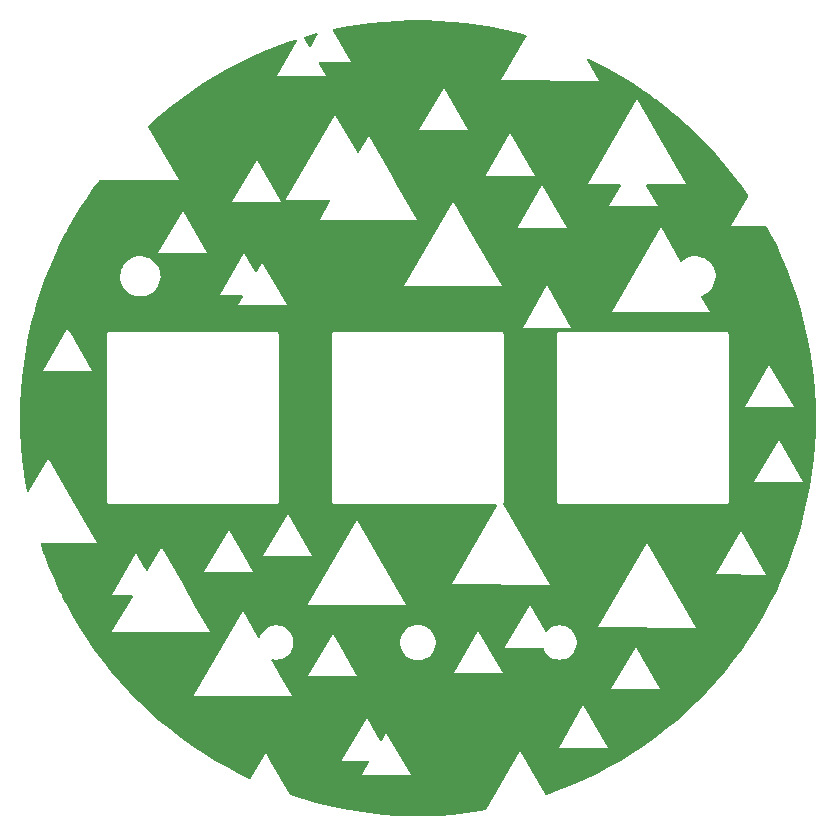
<source format=gbr>
%TF.GenerationSoftware,KiCad,Pcbnew,(7.0.0-0)*%
%TF.CreationDate,2023-04-23T13:29:46-05:00*%
%TF.ProjectId,plate,706c6174-652e-46b6-9963-61645f706362,REV1*%
%TF.SameCoordinates,Original*%
%TF.FileFunction,Copper,L1,Top*%
%TF.FilePolarity,Positive*%
%FSLAX46Y46*%
G04 Gerber Fmt 4.6, Leading zero omitted, Abs format (unit mm)*
G04 Created by KiCad (PCBNEW (7.0.0-0)) date 2023-04-23 13:29:46*
%MOMM*%
%LPD*%
G01*
G04 APERTURE LIST*
G04 APERTURE END LIST*
%TA.AperFunction,Conductor*%
%TO.N,GND*%
G36*
X583383Y33694421D02*
G01*
X1742630Y33654384D01*
X1746036Y33654208D01*
X2903236Y33574180D01*
X2906544Y33573895D01*
X4060343Y33453968D01*
X4063702Y33453560D01*
X5212653Y33293882D01*
X5215954Y33293365D01*
X6358701Y33094128D01*
X6362014Y33093492D01*
X7497192Y32854931D01*
X7500509Y32854173D01*
X8133688Y32698108D01*
X8626726Y32576585D01*
X8630024Y32575712D01*
X9123077Y32435968D01*
X9172570Y32403572D01*
X9194755Y32348734D01*
X9181709Y32291035D01*
X7046541Y28611274D01*
X7046540Y28611272D01*
X7040000Y28600000D01*
X15332206Y28582010D01*
X14353872Y30285055D01*
X14340725Y30333060D01*
X14352598Y30381395D01*
X14386492Y30417845D01*
X14433838Y30433194D01*
X14482668Y30423566D01*
X15142034Y30106032D01*
X15145044Y30104518D01*
X16172152Y29565450D01*
X16175121Y29563826D01*
X16618406Y29311285D01*
X17182992Y28989638D01*
X17185932Y28987895D01*
X18173356Y28379279D01*
X18176231Y28377438D01*
X19142099Y27735076D01*
X19144864Y27733167D01*
X19691110Y27342030D01*
X20087988Y27057847D01*
X20090732Y27055809D01*
X20183055Y26984756D01*
X21009960Y26348358D01*
X21012598Y26346253D01*
X21605439Y25856502D01*
X21906849Y25607504D01*
X21909446Y25605283D01*
X22777692Y24836084D01*
X22780211Y24833773D01*
X23621353Y24035099D01*
X23623790Y24032704D01*
X24436893Y23205444D01*
X24439246Y23202965D01*
X25223270Y22348175D01*
X25225537Y22345617D01*
X25979637Y21464221D01*
X25981806Y21461595D01*
X26705015Y20554720D01*
X26707079Y20552038D01*
X27398577Y19620711D01*
X27400566Y19617932D01*
X27926007Y18856699D01*
X27943456Y18804340D01*
X27930161Y18750775D01*
X26487860Y16265105D01*
X26487859Y16265103D01*
X26481319Y16253831D01*
X29460140Y16247369D01*
X29510501Y16233475D01*
X29546778Y16195883D01*
X29838606Y15662435D01*
X29840194Y15659409D01*
X30361429Y14623198D01*
X30362912Y14620118D01*
X30848075Y13566522D01*
X30849451Y13563394D01*
X31297958Y12493684D01*
X31299225Y12490510D01*
X31710549Y11405936D01*
X31711705Y11402720D01*
X32085337Y10304632D01*
X32086382Y10301378D01*
X32421895Y9191029D01*
X32422827Y9187741D01*
X32719815Y8066476D01*
X32720633Y8063157D01*
X32978742Y6932303D01*
X32979445Y6928959D01*
X33198368Y5789872D01*
X33198955Y5786505D01*
X33378433Y4640532D01*
X33378903Y4637147D01*
X33518713Y3485704D01*
X33519067Y3482305D01*
X33619057Y2326647D01*
X33619292Y2323237D01*
X33679331Y1164886D01*
X33679449Y1161471D01*
X33699470Y1710D01*
X33699470Y-1708D01*
X33679449Y-1161470D01*
X33679331Y-1164885D01*
X33619292Y-2323236D01*
X33619057Y-2326646D01*
X33519067Y-3482304D01*
X33518713Y-3485703D01*
X33378903Y-4637146D01*
X33378433Y-4640531D01*
X33198955Y-5786504D01*
X33198368Y-5789871D01*
X32979445Y-6928958D01*
X32978742Y-6932302D01*
X32720633Y-8063156D01*
X32719815Y-8066475D01*
X32422827Y-9187740D01*
X32421895Y-9191028D01*
X32086382Y-10301377D01*
X32085337Y-10304631D01*
X31711705Y-11402719D01*
X31710549Y-11405935D01*
X31299225Y-12490509D01*
X31297958Y-12493683D01*
X30849451Y-13563393D01*
X30848075Y-13566521D01*
X30362912Y-14620117D01*
X30361429Y-14623197D01*
X29840194Y-15659408D01*
X29838606Y-15662434D01*
X29281903Y-16680061D01*
X29280211Y-16683030D01*
X28688739Y-17680795D01*
X28686946Y-17683705D01*
X28061351Y-18660516D01*
X28059458Y-18663361D01*
X27400566Y-19617931D01*
X27398577Y-19620710D01*
X26707079Y-20552037D01*
X26704994Y-20554746D01*
X25981813Y-21461586D01*
X25979637Y-21464220D01*
X25225537Y-22345616D01*
X25223270Y-22348174D01*
X24439246Y-23202964D01*
X24436893Y-23205443D01*
X23623790Y-24032703D01*
X23621353Y-24035098D01*
X22780211Y-24833772D01*
X22777692Y-24836083D01*
X21909446Y-25605282D01*
X21906849Y-25607503D01*
X21012615Y-26346239D01*
X21009943Y-26348370D01*
X20090732Y-27055808D01*
X20087988Y-27057846D01*
X19144887Y-27733150D01*
X19142075Y-27735091D01*
X18176234Y-28377435D01*
X18173356Y-28379278D01*
X17185932Y-28987894D01*
X17182992Y-28989637D01*
X16175135Y-29563817D01*
X16172137Y-29565457D01*
X15145066Y-30104506D01*
X15142012Y-30106042D01*
X14096947Y-30609318D01*
X14093843Y-30610747D01*
X13032051Y-31077643D01*
X13028899Y-31078965D01*
X11951601Y-31508943D01*
X11948406Y-31510155D01*
X10889593Y-31890939D01*
X10844274Y-31896072D01*
X10801463Y-31880345D01*
X10770248Y-31847096D01*
X8650883Y-28157788D01*
X8644343Y-28169058D01*
X8644341Y-28169061D01*
X5745357Y-33165184D01*
X5716346Y-33196710D01*
X5676732Y-33213027D01*
X5215991Y-33293358D01*
X5212615Y-33293887D01*
X4063719Y-33453557D01*
X4060326Y-33453969D01*
X2906592Y-33573889D01*
X2903187Y-33574183D01*
X1746039Y-33654206D01*
X1742626Y-33654383D01*
X583383Y-33694421D01*
X579966Y-33694480D01*
X-579966Y-33694480D01*
X-583383Y-33694421D01*
X-1742627Y-33654383D01*
X-1746040Y-33654206D01*
X-2903188Y-33574183D01*
X-2906593Y-33573889D01*
X-4060327Y-33453969D01*
X-4063720Y-33453557D01*
X-5212616Y-33293887D01*
X-5215992Y-33293358D01*
X-6358680Y-33094131D01*
X-6362036Y-33093486D01*
X-7497185Y-32854931D01*
X-7500517Y-32854170D01*
X-8626727Y-32576584D01*
X-8630031Y-32575709D01*
X-9745998Y-32259414D01*
X-9749269Y-32258426D01*
X-10763339Y-31932801D01*
X-10795325Y-31915518D01*
X-10818916Y-31887855D01*
X-12483044Y-28991005D01*
X-6426103Y-28991005D01*
X-4223960Y-28995782D01*
X-4174489Y-29009153D01*
X-4138331Y-29045468D01*
X-4125175Y-29094997D01*
X-4138546Y-29144468D01*
X-4759562Y-30214731D01*
X-4759563Y-30214733D01*
X-4766103Y-30226005D01*
X-620000Y-30235000D01*
X-1960790Y-27901005D01*
X11933897Y-27901005D01*
X16080000Y-27910000D01*
X14014738Y-24314872D01*
X14008198Y-24326142D01*
X14008196Y-24326145D01*
X11940438Y-27889731D01*
X11940437Y-27889733D01*
X11933897Y-27901005D01*
X-1960790Y-27901005D01*
X-2685262Y-26639872D01*
X-2691802Y-26651142D01*
X-2691804Y-26651145D01*
X-3076856Y-27314744D01*
X-3113171Y-27350902D01*
X-3162700Y-27364058D01*
X-3212171Y-27350687D01*
X-3248328Y-27314373D01*
X-4345262Y-25404872D01*
X-4351802Y-25416142D01*
X-4351804Y-25416145D01*
X-6419562Y-28979731D01*
X-6419563Y-28979733D01*
X-6426103Y-28991005D01*
X-12483044Y-28991005D01*
X-12873508Y-28311301D01*
X-12873509Y-28311300D01*
X-12880000Y-28300000D01*
X-12886540Y-28311270D01*
X-12886542Y-28311273D01*
X-14147104Y-30483731D01*
X-14181233Y-30518595D01*
X-14227870Y-30532925D01*
X-14275687Y-30523241D01*
X-15142013Y-30106042D01*
X-15145067Y-30104506D01*
X-16172138Y-29565457D01*
X-16175136Y-29563817D01*
X-17182993Y-28989637D01*
X-17185933Y-28987894D01*
X-18173357Y-28379278D01*
X-18176235Y-28377435D01*
X-18896072Y-27898699D01*
X-19142088Y-27735083D01*
X-19144888Y-27733150D01*
X-20087989Y-27057846D01*
X-20090733Y-27055808D01*
X-21009944Y-26348370D01*
X-21012616Y-26346239D01*
X-21906850Y-25607503D01*
X-21909447Y-25605282D01*
X-22777693Y-24836083D01*
X-22780212Y-24833772D01*
X-23621354Y-24035098D01*
X-23623791Y-24032703D01*
X-23919997Y-23731340D01*
X-24155427Y-23491811D01*
X-18991490Y-23491811D01*
X-10699284Y-23509801D01*
X-11017345Y-22956133D01*
X16379159Y-22956133D01*
X20525262Y-22965128D01*
X18981499Y-20277806D01*
X18466492Y-19381301D01*
X18466491Y-19381300D01*
X18460000Y-19370000D01*
X18453460Y-19381270D01*
X18453458Y-19381273D01*
X16385700Y-22944859D01*
X16385699Y-22944861D01*
X16379159Y-22956133D01*
X-11017345Y-22956133D01*
X-11650866Y-21853326D01*
X-9295419Y-21853326D01*
X-5149316Y-21862321D01*
X-5296486Y-21606133D01*
X3019159Y-21606133D01*
X7165262Y-21615128D01*
X5907769Y-19426133D01*
X7389159Y-19426133D01*
X10544577Y-19432978D01*
X10601976Y-19451469D01*
X10637998Y-19499833D01*
X10667118Y-19584656D01*
X10669065Y-19588253D01*
X10669066Y-19588256D01*
X10779578Y-19792465D01*
X10779582Y-19792471D01*
X10781528Y-19796067D01*
X10929175Y-19985764D01*
X10932185Y-19988535D01*
X10932188Y-19988538D01*
X11090433Y-20134212D01*
X11106031Y-20148571D01*
X11307272Y-20280049D01*
X11527409Y-20376610D01*
X11760437Y-20435620D01*
X11940010Y-20450500D01*
X12057956Y-20450500D01*
X12059990Y-20450500D01*
X12239563Y-20435620D01*
X12472591Y-20376610D01*
X12692728Y-20280049D01*
X12893969Y-20148571D01*
X13070825Y-19985764D01*
X13218472Y-19796067D01*
X13332882Y-19584656D01*
X13410934Y-19357297D01*
X13450500Y-19120192D01*
X13450500Y-18879808D01*
X13410934Y-18642703D01*
X13332882Y-18415344D01*
X13218472Y-18203933D01*
X13070825Y-18014236D01*
X13030898Y-17977481D01*
X12896977Y-17854198D01*
X12896976Y-17854197D01*
X12893969Y-17851429D01*
X12890543Y-17849191D01*
X12890541Y-17849189D01*
X12696160Y-17722193D01*
X12696157Y-17722191D01*
X12693908Y-17720722D01*
X15232986Y-17720722D01*
X23525192Y-17738712D01*
X20935508Y-13230691D01*
X25232688Y-13230691D01*
X29511236Y-13239973D01*
X27380000Y-9530000D01*
X27373460Y-9541270D01*
X27373458Y-9541273D01*
X25239229Y-13219417D01*
X25239228Y-13219419D01*
X25232688Y-13230691D01*
X20935508Y-13230691D01*
X19394668Y-10548458D01*
X19388128Y-10559728D01*
X19388126Y-10559731D01*
X15239527Y-17709448D01*
X15239526Y-17709450D01*
X15232986Y-17720722D01*
X12693908Y-17720722D01*
X12692728Y-17719951D01*
X12688983Y-17718308D01*
X12688977Y-17718305D01*
X12476332Y-17625031D01*
X12472591Y-17623390D01*
X12468636Y-17622388D01*
X12468629Y-17622386D01*
X12243528Y-17565384D01*
X12243527Y-17565383D01*
X12239563Y-17564380D01*
X12235484Y-17564042D01*
X12062015Y-17549667D01*
X12061995Y-17549666D01*
X12059990Y-17549500D01*
X11940010Y-17549500D01*
X11938005Y-17549666D01*
X11937984Y-17549667D01*
X11764515Y-17564042D01*
X11764514Y-17564042D01*
X11760437Y-17564380D01*
X11756474Y-17565383D01*
X11756471Y-17565384D01*
X11531370Y-17622386D01*
X11531359Y-17622389D01*
X11527409Y-17623390D01*
X11523671Y-17625029D01*
X11523667Y-17625031D01*
X11311022Y-17718305D01*
X11311011Y-17718310D01*
X11307272Y-17719951D01*
X11303847Y-17722188D01*
X11303839Y-17722193D01*
X11109458Y-17849189D01*
X11109449Y-17849195D01*
X11106031Y-17851429D01*
X11103028Y-17854192D01*
X11103022Y-17854198D01*
X10932188Y-18011461D01*
X10932179Y-18011469D01*
X10929175Y-18014236D01*
X10926663Y-18017462D01*
X10926655Y-18017472D01*
X10898798Y-18053263D01*
X10861016Y-18082863D01*
X10813751Y-18091213D01*
X10768114Y-18076350D01*
X10734830Y-18041769D01*
X10728800Y-18031273D01*
X9470000Y-15840000D01*
X9463460Y-15851270D01*
X9463458Y-15851273D01*
X7395700Y-19414859D01*
X7395699Y-19414861D01*
X7389159Y-19426133D01*
X5907769Y-19426133D01*
X5589227Y-18871627D01*
X5106492Y-18031301D01*
X5106491Y-18031300D01*
X5100000Y-18020000D01*
X5093460Y-18031270D01*
X5093458Y-18031273D01*
X3025700Y-21594859D01*
X3025699Y-21594861D01*
X3019159Y-21606133D01*
X-5296486Y-21606133D01*
X-6722183Y-19124335D01*
X-1500500Y-19124335D01*
X-1499828Y-19128364D01*
X-1499827Y-19128372D01*
X-1460981Y-19361164D01*
X-1459571Y-19369614D01*
X-1458246Y-19373474D01*
X-1458244Y-19373481D01*
X-1437818Y-19432978D01*
X-1378828Y-19604810D01*
X-1376881Y-19608407D01*
X-1376880Y-19608410D01*
X-1262424Y-19819907D01*
X-1262420Y-19819913D01*
X-1260474Y-19823509D01*
X-1257962Y-19826736D01*
X-1257959Y-19826741D01*
X-1136704Y-19982529D01*
X-1107738Y-20019744D01*
X-924785Y-20188164D01*
X-716607Y-20324173D01*
X-488881Y-20424063D01*
X-247821Y-20485108D01*
X-62067Y-20500500D01*
X60033Y-20500500D01*
X62067Y-20500500D01*
X247821Y-20485108D01*
X488881Y-20424063D01*
X716607Y-20324173D01*
X924785Y-20188164D01*
X1107738Y-20019744D01*
X1260474Y-19823509D01*
X1378828Y-19604810D01*
X1459571Y-19369614D01*
X1500500Y-19124335D01*
X1500500Y-18875665D01*
X1459571Y-18630386D01*
X1378828Y-18395190D01*
X1312141Y-18271963D01*
X1262423Y-18180092D01*
X1262421Y-18180089D01*
X1260474Y-18176491D01*
X1194099Y-18091213D01*
X1110255Y-17983490D01*
X1107738Y-17980256D01*
X924785Y-17811836D01*
X716607Y-17675827D01*
X712870Y-17674188D01*
X712865Y-17674185D01*
X492622Y-17577578D01*
X488881Y-17575937D01*
X484926Y-17574935D01*
X484919Y-17574933D01*
X251786Y-17515896D01*
X251785Y-17515895D01*
X247821Y-17514892D01*
X243744Y-17514554D01*
X243743Y-17514554D01*
X64092Y-17499667D01*
X64072Y-17499666D01*
X62067Y-17499500D01*
X-62067Y-17499500D01*
X-64072Y-17499666D01*
X-64093Y-17499667D01*
X-243744Y-17514554D01*
X-243747Y-17514554D01*
X-247821Y-17514892D01*
X-251784Y-17515895D01*
X-251787Y-17515896D01*
X-484920Y-17574933D01*
X-484931Y-17574936D01*
X-488881Y-17575937D01*
X-492619Y-17577576D01*
X-492623Y-17577578D01*
X-712866Y-17674185D01*
X-712877Y-17674190D01*
X-716607Y-17675827D01*
X-720024Y-17678059D01*
X-720027Y-17678061D01*
X-921364Y-17809600D01*
X-921372Y-17809605D01*
X-924785Y-17811836D01*
X-927793Y-17814604D01*
X-927793Y-17814605D01*
X-1104725Y-17977481D01*
X-1104734Y-17977489D01*
X-1107738Y-17980256D01*
X-1110251Y-17983483D01*
X-1110256Y-17983490D01*
X-1257959Y-18173258D01*
X-1257967Y-18173268D01*
X-1260474Y-18176491D01*
X-1262417Y-18180080D01*
X-1262424Y-18180092D01*
X-1376880Y-18391589D01*
X-1376884Y-18391596D01*
X-1378828Y-18395190D01*
X-1380157Y-18399058D01*
X-1380158Y-18399063D01*
X-1458244Y-18626518D01*
X-1458247Y-18626527D01*
X-1459571Y-18630386D01*
X-1460243Y-18634412D01*
X-1460244Y-18634417D01*
X-1499827Y-18871627D01*
X-1499828Y-18871636D01*
X-1500500Y-18875665D01*
X-1500500Y-19124335D01*
X-6722183Y-19124335D01*
X-7214578Y-18267193D01*
X-7221118Y-18278463D01*
X-7221120Y-18278466D01*
X-9288878Y-21842052D01*
X-9288879Y-21842054D01*
X-9295419Y-21853326D01*
X-11650866Y-21853326D01*
X-12387291Y-20571387D01*
X-12400246Y-20515778D01*
X-12380336Y-20462263D01*
X-12334184Y-20428644D01*
X-12277142Y-20426104D01*
X-12243537Y-20434614D01*
X-12243534Y-20434614D01*
X-12239563Y-20435620D01*
X-12059990Y-20450500D01*
X-11942044Y-20450500D01*
X-11940010Y-20450500D01*
X-11760437Y-20435620D01*
X-11527409Y-20376610D01*
X-11307272Y-20280049D01*
X-11106031Y-20148571D01*
X-10929175Y-19985764D01*
X-10781528Y-19796067D01*
X-10667118Y-19584656D01*
X-10589066Y-19357297D01*
X-10549500Y-19120192D01*
X-10549500Y-18879808D01*
X-10589066Y-18642703D01*
X-10667118Y-18415344D01*
X-10781528Y-18203933D01*
X-10929175Y-18014236D01*
X-10969102Y-17977481D01*
X-11103023Y-17854198D01*
X-11103024Y-17854197D01*
X-11106031Y-17851429D01*
X-11109457Y-17849191D01*
X-11109459Y-17849189D01*
X-11303840Y-17722193D01*
X-11303843Y-17722191D01*
X-11307272Y-17719951D01*
X-11311017Y-17718308D01*
X-11311023Y-17718305D01*
X-11523668Y-17625031D01*
X-11527409Y-17623390D01*
X-11531364Y-17622388D01*
X-11531371Y-17622386D01*
X-11756472Y-17565384D01*
X-11756473Y-17565383D01*
X-11760437Y-17564380D01*
X-11764516Y-17564042D01*
X-11937985Y-17549667D01*
X-11938005Y-17549666D01*
X-11940010Y-17549500D01*
X-12059990Y-17549500D01*
X-12061995Y-17549666D01*
X-12062016Y-17549667D01*
X-12235485Y-17564042D01*
X-12235486Y-17564042D01*
X-12239563Y-17564380D01*
X-12243526Y-17565383D01*
X-12243529Y-17565384D01*
X-12468630Y-17622386D01*
X-12468641Y-17622389D01*
X-12472591Y-17623390D01*
X-12476329Y-17625029D01*
X-12476333Y-17625031D01*
X-12688978Y-17718305D01*
X-12688989Y-17718310D01*
X-12692728Y-17719951D01*
X-12696153Y-17722188D01*
X-12696161Y-17722193D01*
X-12890542Y-17849189D01*
X-12890551Y-17849195D01*
X-12893969Y-17851429D01*
X-12896972Y-17854192D01*
X-12896978Y-17854198D01*
X-13067812Y-18011461D01*
X-13067821Y-18011469D01*
X-13070825Y-18014236D01*
X-13073338Y-18017463D01*
X-13073343Y-18017470D01*
X-13129893Y-18090126D01*
X-13218472Y-18203933D01*
X-13220415Y-18207523D01*
X-13220422Y-18207534D01*
X-13330934Y-18411743D01*
X-13330938Y-18411750D01*
X-13332882Y-18415344D01*
X-13334208Y-18419204D01*
X-13334211Y-18419213D01*
X-13371646Y-18528259D01*
X-13403981Y-18573851D01*
X-13455855Y-18594663D01*
X-13510735Y-18584062D01*
X-13551126Y-18545427D01*
X-13623629Y-18419217D01*
X-14829808Y-16319547D01*
X-14836348Y-16330817D01*
X-14836350Y-16330820D01*
X-18984949Y-23480537D01*
X-18984950Y-23480539D01*
X-18991490Y-23491811D01*
X-24155427Y-23491811D01*
X-24436905Y-23205432D01*
X-24439247Y-23202964D01*
X-24667759Y-22953827D01*
X-25223271Y-22348174D01*
X-25225538Y-22345616D01*
X-25979638Y-21464220D01*
X-25981814Y-21461586D01*
X-26705023Y-20554710D01*
X-26707080Y-20552037D01*
X-26745346Y-20500500D01*
X-27398580Y-19620707D01*
X-27400567Y-19617931D01*
X-28059459Y-18663361D01*
X-28061352Y-18660516D01*
X-28215894Y-18419213D01*
X-28686954Y-17683693D01*
X-28688740Y-17680795D01*
X-28690361Y-17678061D01*
X-29280212Y-16683030D01*
X-29281904Y-16680061D01*
X-29838607Y-15662434D01*
X-29840195Y-15659408D01*
X-30099556Y-15143800D01*
X-30176415Y-14991005D01*
X-25946103Y-14991005D01*
X-24243789Y-14994697D01*
X-24194217Y-15008129D01*
X-24158043Y-15044593D01*
X-24145009Y-15094274D01*
X-24158622Y-15143800D01*
X-25870331Y-18060865D01*
X-25870332Y-18060867D01*
X-25876944Y-18072136D01*
X-17584738Y-18090126D01*
X-18925580Y-15782010D01*
X-9292206Y-15782010D01*
X-1000000Y-15800000D01*
X-5130524Y-8609746D01*
X-5137064Y-8621016D01*
X-5137066Y-8621019D01*
X-9285665Y-15770736D01*
X-9285666Y-15770738D01*
X-9292206Y-15782010D01*
X-18925580Y-15782010D01*
X-19925783Y-14060269D01*
X-20506280Y-13061005D01*
X-18086103Y-13061005D01*
X-13940000Y-13070000D01*
X-14743669Y-11671005D01*
X-13116103Y-11671005D01*
X-8970000Y-11680000D01*
X-11035262Y-8084872D01*
X-11041802Y-8096142D01*
X-11041804Y-8096145D01*
X-13109562Y-11659731D01*
X-13109563Y-11659733D01*
X-13116103Y-11671005D01*
X-14743669Y-11671005D01*
X-16005262Y-9474872D01*
X-16011802Y-9486142D01*
X-16011804Y-9486145D01*
X-18079562Y-13049731D01*
X-18079563Y-13049733D01*
X-18086103Y-13061005D01*
X-20506280Y-13061005D01*
X-21708746Y-10991088D01*
X-21708747Y-10991087D01*
X-21715262Y-10979872D01*
X-21721828Y-10991060D01*
X-21721829Y-10991062D01*
X-22838752Y-12894501D01*
X-22875138Y-12930422D01*
X-22924593Y-12943397D01*
X-22973927Y-12929966D01*
X-23009981Y-12893712D01*
X-23241606Y-12490509D01*
X-23865262Y-11404872D01*
X-23871802Y-11416142D01*
X-23871804Y-11416145D01*
X-25939562Y-14979731D01*
X-25939563Y-14979733D01*
X-25946103Y-14991005D01*
X-30176415Y-14991005D01*
X-30361444Y-14623167D01*
X-30362913Y-14620117D01*
X-30848076Y-13566521D01*
X-30849452Y-13563393D01*
X-30988947Y-13230691D01*
X-31297969Y-12493660D01*
X-31299226Y-12490509D01*
X-31610012Y-11671033D01*
X-31710557Y-11405917D01*
X-31711706Y-11402719D01*
X-31943733Y-10720801D01*
X-31947938Y-10674384D01*
X-31930440Y-10631187D01*
X-31895116Y-10600784D01*
X-31849798Y-10589911D01*
X-27200000Y-10600000D01*
X-29284265Y-6971793D01*
X-26354401Y-6971793D01*
X-26353555Y-6980924D01*
X-26353555Y-6980927D01*
X-26350922Y-7009338D01*
X-26350500Y-7018472D01*
X-26350500Y-7027844D01*
X-26349660Y-7032343D01*
X-26349659Y-7032344D01*
X-26348778Y-7037059D01*
X-26347517Y-7046105D01*
X-26344884Y-7074521D01*
X-26344882Y-7074531D01*
X-26344035Y-7083660D01*
X-26339947Y-7091871D01*
X-26338568Y-7096716D01*
X-26336748Y-7101416D01*
X-26335061Y-7110433D01*
X-26315207Y-7142498D01*
X-26310772Y-7150460D01*
X-26293958Y-7184228D01*
X-26287180Y-7190407D01*
X-26284141Y-7194431D01*
X-26280749Y-7198152D01*
X-26275919Y-7205952D01*
X-26245830Y-7228674D01*
X-26238805Y-7234507D01*
X-26210933Y-7259916D01*
X-26202373Y-7263232D01*
X-26198088Y-7265885D01*
X-26193586Y-7268126D01*
X-26186264Y-7273656D01*
X-26149998Y-7283974D01*
X-26141343Y-7286874D01*
X-26106173Y-7300500D01*
X-26096996Y-7300500D01*
X-26092049Y-7301425D01*
X-26087034Y-7301889D01*
X-26078207Y-7304401D01*
X-26040663Y-7300922D01*
X-26031528Y-7300500D01*
X-12105728Y-7300500D01*
X-12096237Y-7301823D01*
X-12096164Y-7301044D01*
X-12087033Y-7301890D01*
X-12078207Y-7304401D01*
X-12040663Y-7300922D01*
X-12031528Y-7300500D01*
X-12026737Y-7300500D01*
X-12022156Y-7300500D01*
X-12012951Y-7298778D01*
X-12003893Y-7297514D01*
X-11966340Y-7294035D01*
X-11958124Y-7289943D01*
X-11953286Y-7288567D01*
X-11948589Y-7286747D01*
X-11939567Y-7285061D01*
X-11907509Y-7265210D01*
X-11899537Y-7260770D01*
X-11865772Y-7243958D01*
X-11859587Y-7237172D01*
X-11855566Y-7234136D01*
X-11851853Y-7230750D01*
X-11844048Y-7225919D01*
X-11821327Y-7195829D01*
X-11815496Y-7188806D01*
X-11790084Y-7160933D01*
X-11786770Y-7152375D01*
X-11784127Y-7148108D01*
X-11781878Y-7143591D01*
X-11776344Y-7136264D01*
X-11766023Y-7099983D01*
X-11763128Y-7091348D01*
X-11749500Y-7056173D01*
X-11749500Y-7046998D01*
X-11748575Y-7042050D01*
X-11748111Y-7037033D01*
X-11745599Y-7028207D01*
X-11749078Y-6990662D01*
X-11749500Y-6981528D01*
X-11749500Y-6971793D01*
X-7304401Y-6971793D01*
X-7303555Y-6980924D01*
X-7303555Y-6980927D01*
X-7300922Y-7009338D01*
X-7300500Y-7018472D01*
X-7300500Y-7027844D01*
X-7299660Y-7032343D01*
X-7299659Y-7032344D01*
X-7298778Y-7037059D01*
X-7297517Y-7046105D01*
X-7294884Y-7074521D01*
X-7294882Y-7074531D01*
X-7294035Y-7083660D01*
X-7289947Y-7091871D01*
X-7288568Y-7096716D01*
X-7286748Y-7101416D01*
X-7285061Y-7110433D01*
X-7265207Y-7142498D01*
X-7260772Y-7150460D01*
X-7243958Y-7184228D01*
X-7237180Y-7190407D01*
X-7234141Y-7194431D01*
X-7230749Y-7198152D01*
X-7225919Y-7205952D01*
X-7195830Y-7228674D01*
X-7188805Y-7234507D01*
X-7160933Y-7259916D01*
X-7152373Y-7263232D01*
X-7148088Y-7265885D01*
X-7143586Y-7268126D01*
X-7136264Y-7273656D01*
X-7099998Y-7283974D01*
X-7091343Y-7286874D01*
X-7056173Y-7300500D01*
X-7046996Y-7300500D01*
X-7042049Y-7301425D01*
X-7037034Y-7301889D01*
X-7028207Y-7304401D01*
X-6990663Y-7300922D01*
X-6981528Y-7300500D01*
X6614129Y-7300500D01*
X6663675Y-7313790D01*
X6699919Y-7350093D01*
X6713129Y-7399661D01*
X6699758Y-7449186D01*
X2858418Y-14069370D01*
X2858417Y-14069372D01*
X2851877Y-14080644D01*
X11144083Y-14098634D01*
X7233767Y-7291709D01*
X7221118Y-7252399D01*
X7225608Y-7211346D01*
X7246451Y-7175702D01*
X7259916Y-7160933D01*
X7263231Y-7152374D01*
X7265873Y-7148108D01*
X7268122Y-7143591D01*
X7273656Y-7136264D01*
X7283977Y-7099983D01*
X7286872Y-7091348D01*
X7300500Y-7056173D01*
X7300500Y-7046998D01*
X7301425Y-7042050D01*
X7301889Y-7037033D01*
X7304401Y-7028207D01*
X7300922Y-6990662D01*
X7300500Y-6981528D01*
X7300500Y-6971793D01*
X11745599Y-6971793D01*
X11746445Y-6980924D01*
X11746445Y-6980927D01*
X11749078Y-7009338D01*
X11749500Y-7018472D01*
X11749500Y-7027844D01*
X11750340Y-7032343D01*
X11750341Y-7032344D01*
X11751222Y-7037059D01*
X11752483Y-7046105D01*
X11755116Y-7074521D01*
X11755118Y-7074531D01*
X11755965Y-7083660D01*
X11760053Y-7091871D01*
X11761432Y-7096716D01*
X11763252Y-7101416D01*
X11764939Y-7110433D01*
X11784793Y-7142498D01*
X11789228Y-7150460D01*
X11806042Y-7184228D01*
X11812820Y-7190407D01*
X11815859Y-7194431D01*
X11819251Y-7198152D01*
X11824081Y-7205952D01*
X11854170Y-7228674D01*
X11861195Y-7234507D01*
X11889067Y-7259916D01*
X11897627Y-7263232D01*
X11901912Y-7265885D01*
X11906414Y-7268126D01*
X11913736Y-7273656D01*
X11950002Y-7283974D01*
X11958657Y-7286874D01*
X11993827Y-7300500D01*
X12003004Y-7300500D01*
X12007951Y-7301425D01*
X12012966Y-7301889D01*
X12021793Y-7304401D01*
X12059337Y-7300922D01*
X12068472Y-7300500D01*
X25994272Y-7300500D01*
X26003763Y-7301823D01*
X26003836Y-7301044D01*
X26012967Y-7301890D01*
X26021793Y-7304401D01*
X26059337Y-7300922D01*
X26068472Y-7300500D01*
X26073263Y-7300500D01*
X26077844Y-7300500D01*
X26087049Y-7298778D01*
X26096107Y-7297514D01*
X26133660Y-7294035D01*
X26141876Y-7289943D01*
X26146714Y-7288567D01*
X26151411Y-7286747D01*
X26160433Y-7285061D01*
X26192491Y-7265210D01*
X26200463Y-7260770D01*
X26234228Y-7243958D01*
X26240413Y-7237172D01*
X26244434Y-7234136D01*
X26248147Y-7230750D01*
X26255952Y-7225919D01*
X26278673Y-7195829D01*
X26284504Y-7188806D01*
X26309916Y-7160933D01*
X26313230Y-7152375D01*
X26315873Y-7148108D01*
X26318122Y-7143591D01*
X26323656Y-7136264D01*
X26333977Y-7099983D01*
X26336872Y-7091348D01*
X26350500Y-7056173D01*
X26350500Y-7046998D01*
X26351425Y-7042050D01*
X26351889Y-7037033D01*
X26354401Y-7028207D01*
X26350922Y-6990662D01*
X26350500Y-6981528D01*
X26350500Y-5431005D01*
X28483897Y-5431005D01*
X32630000Y-5440000D01*
X30564738Y-1844872D01*
X30558198Y-1856142D01*
X30558196Y-1856145D01*
X28490438Y-5419731D01*
X28490437Y-5419733D01*
X28483897Y-5431005D01*
X26350500Y-5431005D01*
X26350500Y913867D01*
X27659159Y913867D01*
X31805262Y904872D01*
X29740000Y4500000D01*
X29733460Y4488730D01*
X29733458Y4488727D01*
X27665700Y925141D01*
X27665699Y925139D01*
X27659159Y913867D01*
X26350500Y913867D01*
X26350500Y6944272D01*
X26351823Y6953764D01*
X26351044Y6953836D01*
X26351890Y6962968D01*
X26354401Y6971793D01*
X26350922Y7009338D01*
X26350500Y7018472D01*
X26350500Y7023263D01*
X26350500Y7027844D01*
X26348778Y7037055D01*
X26347514Y7046103D01*
X26344035Y7083660D01*
X26339945Y7091873D01*
X26338569Y7096711D01*
X26336747Y7101414D01*
X26335061Y7110433D01*
X26315217Y7142482D01*
X26310766Y7150472D01*
X26305557Y7160933D01*
X26293958Y7184228D01*
X26287179Y7190408D01*
X26284145Y7194426D01*
X26280748Y7198152D01*
X26275919Y7205952D01*
X26245833Y7228672D01*
X26238798Y7234513D01*
X26210933Y7259916D01*
X26202381Y7263230D01*
X26198104Y7265878D01*
X26193582Y7268130D01*
X26186264Y7273656D01*
X26177443Y7276166D01*
X26177441Y7276167D01*
X26150001Y7283974D01*
X26141332Y7286880D01*
X26114726Y7297187D01*
X26114723Y7297188D01*
X26106173Y7300500D01*
X26097002Y7300500D01*
X26092053Y7301425D01*
X26087030Y7301891D01*
X26078207Y7304401D01*
X26069074Y7303555D01*
X26069072Y7303555D01*
X26040662Y7300922D01*
X26031528Y7300500D01*
X12105728Y7300500D01*
X12096236Y7301824D01*
X12096164Y7301044D01*
X12087030Y7301891D01*
X12078207Y7304401D01*
X12069074Y7303555D01*
X12069072Y7303555D01*
X12040662Y7300922D01*
X12031528Y7300500D01*
X12022156Y7300500D01*
X12017661Y7299661D01*
X12017650Y7299659D01*
X12012939Y7298778D01*
X12003895Y7297517D01*
X11975478Y7294883D01*
X11975472Y7294882D01*
X11966340Y7294035D01*
X11958130Y7289949D01*
X11953283Y7288569D01*
X11948577Y7286747D01*
X11939567Y7285061D01*
X11931774Y7280237D01*
X11931771Y7280235D01*
X11907516Y7265217D01*
X11899534Y7260771D01*
X11873985Y7248049D01*
X11873979Y7248046D01*
X11865772Y7243958D01*
X11859594Y7237183D01*
X11855563Y7234138D01*
X11851840Y7230745D01*
X11844048Y7225919D01*
X11838522Y7218603D01*
X11838520Y7218600D01*
X11821322Y7195826D01*
X11815488Y7188801D01*
X11790084Y7160933D01*
X11786772Y7152386D01*
X11784124Y7148109D01*
X11781870Y7143583D01*
X11776344Y7136264D01*
X11773834Y7127446D01*
X11773831Y7127438D01*
X11766024Y7099998D01*
X11763120Y7091331D01*
X11752812Y7064724D01*
X11752811Y7064722D01*
X11749500Y7056173D01*
X11749500Y7047003D01*
X11748575Y7042054D01*
X11748109Y7037031D01*
X11745599Y7028207D01*
X11746445Y7019076D01*
X11746445Y7019073D01*
X11749078Y6990662D01*
X11749500Y6981528D01*
X11749500Y-6944272D01*
X11748176Y-6953763D01*
X11748956Y-6953836D01*
X11748109Y-6962969D01*
X11745599Y-6971793D01*
X7300500Y-6971793D01*
X7300500Y6944272D01*
X7301823Y6953764D01*
X7301044Y6953836D01*
X7301890Y6962968D01*
X7304401Y6971793D01*
X7300922Y7009338D01*
X7300500Y7018472D01*
X7300500Y7023263D01*
X7300500Y7027844D01*
X7298778Y7037055D01*
X7297514Y7046103D01*
X7294035Y7083660D01*
X7289945Y7091873D01*
X7288569Y7096711D01*
X7286747Y7101414D01*
X7285061Y7110433D01*
X7265217Y7142482D01*
X7260766Y7150472D01*
X7255557Y7160933D01*
X7243958Y7184228D01*
X7237179Y7190408D01*
X7234145Y7194426D01*
X7230748Y7198152D01*
X7225919Y7205952D01*
X7195833Y7228672D01*
X7188798Y7234513D01*
X7160933Y7259916D01*
X7152381Y7263230D01*
X7148104Y7265878D01*
X7143582Y7268130D01*
X7136264Y7273656D01*
X7127443Y7276166D01*
X7127441Y7276167D01*
X7100001Y7283974D01*
X7091332Y7286880D01*
X7064726Y7297187D01*
X7064723Y7297188D01*
X7056173Y7300500D01*
X7047002Y7300500D01*
X7042053Y7301425D01*
X7037030Y7301891D01*
X7028207Y7304401D01*
X7019074Y7303555D01*
X7019072Y7303555D01*
X6990662Y7300922D01*
X6981528Y7300500D01*
X-6944272Y7300500D01*
X-6953764Y7301824D01*
X-6953836Y7301044D01*
X-6962970Y7301891D01*
X-6971793Y7304401D01*
X-6980926Y7303555D01*
X-6980928Y7303555D01*
X-7009338Y7300922D01*
X-7018472Y7300500D01*
X-7027844Y7300500D01*
X-7032339Y7299661D01*
X-7032350Y7299659D01*
X-7037061Y7298778D01*
X-7046105Y7297517D01*
X-7074522Y7294883D01*
X-7074528Y7294882D01*
X-7083660Y7294035D01*
X-7091870Y7289949D01*
X-7096717Y7288569D01*
X-7101423Y7286747D01*
X-7110433Y7285061D01*
X-7118226Y7280237D01*
X-7118229Y7280235D01*
X-7142484Y7265217D01*
X-7150466Y7260771D01*
X-7176015Y7248049D01*
X-7176021Y7248046D01*
X-7184228Y7243958D01*
X-7190406Y7237183D01*
X-7194437Y7234138D01*
X-7198160Y7230745D01*
X-7205952Y7225919D01*
X-7211478Y7218603D01*
X-7211480Y7218600D01*
X-7228678Y7195826D01*
X-7234512Y7188801D01*
X-7259916Y7160933D01*
X-7263228Y7152386D01*
X-7265876Y7148109D01*
X-7268130Y7143583D01*
X-7273656Y7136264D01*
X-7276166Y7127446D01*
X-7276169Y7127438D01*
X-7283976Y7099998D01*
X-7286880Y7091331D01*
X-7297188Y7064724D01*
X-7297189Y7064722D01*
X-7300500Y7056173D01*
X-7300500Y7047003D01*
X-7301425Y7042054D01*
X-7301891Y7037031D01*
X-7304401Y7028207D01*
X-7303555Y7019076D01*
X-7303555Y7019073D01*
X-7300922Y6990662D01*
X-7300500Y6981528D01*
X-7300500Y-6944272D01*
X-7301824Y-6953763D01*
X-7301044Y-6953836D01*
X-7301891Y-6962969D01*
X-7304401Y-6971793D01*
X-11749500Y-6971793D01*
X-11749500Y6944272D01*
X-11748177Y6953764D01*
X-11748956Y6953836D01*
X-11748110Y6962968D01*
X-11745599Y6971793D01*
X-11749078Y7009338D01*
X-11749500Y7018472D01*
X-11749500Y7023263D01*
X-11749500Y7027844D01*
X-11751222Y7037055D01*
X-11752486Y7046103D01*
X-11755965Y7083660D01*
X-11760055Y7091873D01*
X-11761431Y7096711D01*
X-11763253Y7101414D01*
X-11764939Y7110433D01*
X-11784783Y7142482D01*
X-11789234Y7150472D01*
X-11794443Y7160933D01*
X-11806042Y7184228D01*
X-11812821Y7190408D01*
X-11815855Y7194426D01*
X-11819252Y7198152D01*
X-11824081Y7205952D01*
X-11854167Y7228672D01*
X-11861202Y7234513D01*
X-11889067Y7259916D01*
X-11897619Y7263230D01*
X-11901896Y7265878D01*
X-11906418Y7268130D01*
X-11913736Y7273656D01*
X-11922557Y7276166D01*
X-11922559Y7276167D01*
X-11949999Y7283974D01*
X-11958668Y7286880D01*
X-11985274Y7297187D01*
X-11985277Y7297188D01*
X-11993827Y7300500D01*
X-12002998Y7300500D01*
X-12007947Y7301425D01*
X-12012970Y7301891D01*
X-12021793Y7304401D01*
X-12030926Y7303555D01*
X-12030928Y7303555D01*
X-12059338Y7300922D01*
X-12068472Y7300500D01*
X-25994272Y7300500D01*
X-26003764Y7301824D01*
X-26003836Y7301044D01*
X-26012970Y7301891D01*
X-26021793Y7304401D01*
X-26030926Y7303555D01*
X-26030928Y7303555D01*
X-26059338Y7300922D01*
X-26068472Y7300500D01*
X-26077844Y7300500D01*
X-26082339Y7299661D01*
X-26082350Y7299659D01*
X-26087061Y7298778D01*
X-26096105Y7297517D01*
X-26124522Y7294883D01*
X-26124528Y7294882D01*
X-26133660Y7294035D01*
X-26141870Y7289949D01*
X-26146717Y7288569D01*
X-26151423Y7286747D01*
X-26160433Y7285061D01*
X-26168226Y7280237D01*
X-26168229Y7280235D01*
X-26192484Y7265217D01*
X-26200466Y7260771D01*
X-26226015Y7248049D01*
X-26226021Y7248046D01*
X-26234228Y7243958D01*
X-26240406Y7237183D01*
X-26244437Y7234138D01*
X-26248160Y7230745D01*
X-26255952Y7225919D01*
X-26261478Y7218603D01*
X-26261480Y7218600D01*
X-26278678Y7195826D01*
X-26284512Y7188801D01*
X-26309916Y7160933D01*
X-26313228Y7152386D01*
X-26315876Y7148109D01*
X-26318130Y7143583D01*
X-26323656Y7136264D01*
X-26326166Y7127446D01*
X-26326169Y7127438D01*
X-26333976Y7099998D01*
X-26336880Y7091331D01*
X-26347188Y7064724D01*
X-26347189Y7064722D01*
X-26350500Y7056173D01*
X-26350500Y7047003D01*
X-26351425Y7042054D01*
X-26351891Y7037031D01*
X-26354401Y7028207D01*
X-26353555Y7019076D01*
X-26353555Y7019073D01*
X-26350922Y6990662D01*
X-26350500Y6981528D01*
X-26350500Y-6944272D01*
X-26351824Y-6953763D01*
X-26351044Y-6953836D01*
X-26351891Y-6962969D01*
X-26354401Y-6971793D01*
X-29284265Y-6971793D01*
X-31330524Y-3409746D01*
X-31337064Y-3421016D01*
X-31337066Y-3421019D01*
X-32944372Y-6191058D01*
X-32987964Y-6231004D01*
X-33046550Y-6238979D01*
X-33099233Y-6212139D01*
X-33127222Y-6160057D01*
X-33198369Y-5789871D01*
X-33198956Y-5786504D01*
X-33253224Y-5440000D01*
X-33378438Y-4640503D01*
X-33378904Y-4637146D01*
X-33515980Y-3508223D01*
X-33518717Y-3485682D01*
X-33519068Y-3482304D01*
X-33524371Y-3421019D01*
X-33619060Y-2326630D01*
X-33619293Y-2323236D01*
X-33679334Y-1164854D01*
X-33679449Y-1161500D01*
X-33699471Y-1680D01*
X-33699471Y1680D01*
X-33679449Y1161503D01*
X-33679334Y1164853D01*
X-33619292Y2323257D01*
X-33619058Y2326647D01*
X-33519068Y3482305D01*
X-33518714Y3485704D01*
X-33455798Y4003867D01*
X-31760841Y4003867D01*
X-27614738Y3994872D01*
X-29486830Y7253737D01*
X-29673508Y7578699D01*
X-29673509Y7578700D01*
X-29680000Y7590000D01*
X-29686540Y7578730D01*
X-29686542Y7578727D01*
X-31754300Y4015141D01*
X-31754301Y4015139D01*
X-31760841Y4003867D01*
X-33455798Y4003867D01*
X-33378900Y4637183D01*
X-33378440Y4640496D01*
X-33198952Y5786532D01*
X-33198369Y5789872D01*
X-32979438Y6928998D01*
X-32978743Y6932303D01*
X-32976011Y6944272D01*
X-32812880Y7658995D01*
X8850000Y7658995D01*
X12996103Y7650000D01*
X12220580Y9000000D01*
X16400000Y9000000D01*
X24692206Y8982010D01*
X23972164Y10235429D01*
X23959124Y10289519D01*
X23977319Y10342101D01*
X24020999Y10376564D01*
X24256766Y10471586D01*
X24481208Y10605018D01*
X24682652Y10771148D01*
X24856375Y10966080D01*
X24998306Y11185247D01*
X25105118Y11423511D01*
X25174307Y11675287D01*
X25204252Y11934675D01*
X25194251Y12195593D01*
X25144538Y12451927D01*
X25056279Y12697668D01*
X24931541Y12927057D01*
X24773250Y13134716D01*
X24585114Y13315778D01*
X24371544Y13465999D01*
X24249410Y13526472D01*
X24140949Y13580175D01*
X24140944Y13580177D01*
X24137547Y13581859D01*
X24133931Y13583004D01*
X24133927Y13583005D01*
X23892227Y13659495D01*
X23892224Y13659496D01*
X23888605Y13660641D01*
X23884861Y13661220D01*
X23884854Y13661221D01*
X23634306Y13699921D01*
X23634301Y13699922D01*
X23630555Y13700500D01*
X23434823Y13700500D01*
X23432938Y13700356D01*
X23432930Y13700355D01*
X23243441Y13685807D01*
X23243435Y13685807D01*
X23239656Y13685516D01*
X23235962Y13684652D01*
X23235958Y13684651D01*
X22989100Y13626884D01*
X22989094Y13626883D01*
X22985414Y13626021D01*
X22981910Y13624610D01*
X22981901Y13624606D01*
X22746756Y13529834D01*
X22746750Y13529832D01*
X22743234Y13528414D01*
X22739979Y13526480D01*
X22739965Y13526472D01*
X22522059Y13396925D01*
X22522052Y13396921D01*
X22518792Y13394982D01*
X22396642Y13294245D01*
X22363825Y13267181D01*
X22311701Y13245157D01*
X22256027Y13255281D01*
X22214993Y13294245D01*
X20568174Y16160963D01*
X20568173Y16160964D01*
X20561682Y16172264D01*
X20555142Y16160994D01*
X20555140Y16160991D01*
X16406541Y9011274D01*
X16406540Y9011272D01*
X16400000Y9000000D01*
X12220580Y9000000D01*
X10930841Y11245128D01*
X10924301Y11233858D01*
X10924299Y11233855D01*
X8856541Y7670269D01*
X8856540Y7670267D01*
X8850000Y7658995D01*
X-32812880Y7658995D01*
X-32720622Y8063206D01*
X-32719832Y8066414D01*
X-32422825Y9187754D01*
X-32421896Y9191029D01*
X-32313417Y9550029D01*
X-32086369Y10301424D01*
X-32085354Y10304586D01*
X-31711693Y11402757D01*
X-31710564Y11405900D01*
X-31460477Y12065325D01*
X-25204252Y12065325D01*
X-25204107Y12061540D01*
X-25204107Y12061537D01*
X-25199245Y11934675D01*
X-25194251Y11804407D01*
X-25193531Y11800691D01*
X-25193529Y11800680D01*
X-25145261Y11551798D01*
X-25145260Y11551791D01*
X-25144538Y11548073D01*
X-25056279Y11302332D01*
X-25054466Y11298997D01*
X-25054465Y11298996D01*
X-24984888Y11171047D01*
X-24931541Y11072943D01*
X-24773250Y10865284D01*
X-24585114Y10684222D01*
X-24371544Y10534001D01*
X-24137547Y10418141D01*
X-23888605Y10339359D01*
X-23630555Y10299500D01*
X-23436728Y10299500D01*
X-23434823Y10299500D01*
X-23239656Y10314484D01*
X-22985414Y10373979D01*
X-22836504Y10433995D01*
X-16771103Y10433995D01*
X-14912417Y10429963D01*
X-14862946Y10416592D01*
X-14826788Y10380277D01*
X-14813632Y10330748D01*
X-14827003Y10281277D01*
X-15239562Y9570269D01*
X-15239563Y9570267D01*
X-15246103Y9558995D01*
X-11100000Y9550000D01*
X-12035071Y11177736D01*
X-1186682Y11177736D01*
X7105524Y11159746D01*
X4248083Y16133867D01*
X8439159Y16133867D01*
X12585262Y16124872D01*
X10520000Y19720000D01*
X10513460Y19708730D01*
X10513458Y19708727D01*
X8445700Y16145141D01*
X8445699Y16145139D01*
X8439159Y16133867D01*
X4248083Y16133867D01*
X2975000Y18350000D01*
X2968460Y18338730D01*
X2968458Y18338727D01*
X-1180141Y11189010D01*
X-1180142Y11189008D01*
X-1186682Y11177736D01*
X-12035071Y11177736D01*
X-13165262Y13145128D01*
X-13171802Y13133858D01*
X-13171804Y13133855D01*
X-13592939Y12408070D01*
X-13629254Y12371912D01*
X-13678783Y12358756D01*
X-13728254Y12372127D01*
X-13764411Y12408441D01*
X-14690262Y14020128D01*
X-14696802Y14008858D01*
X-14696804Y14008855D01*
X-16764562Y10445269D01*
X-16764563Y10445267D01*
X-16771103Y10433995D01*
X-22836504Y10433995D01*
X-22743234Y10471586D01*
X-22518792Y10605018D01*
X-22317348Y10771148D01*
X-22143625Y10966080D01*
X-22001694Y11185247D01*
X-21894882Y11423511D01*
X-21825693Y11675287D01*
X-21795748Y11934675D01*
X-21805749Y12195593D01*
X-21855462Y12451927D01*
X-21943721Y12697668D01*
X-22068459Y12927057D01*
X-22226750Y13134716D01*
X-22414886Y13315778D01*
X-22628456Y13465999D01*
X-22750590Y13526472D01*
X-22859051Y13580175D01*
X-22859056Y13580177D01*
X-22862453Y13581859D01*
X-22866069Y13583004D01*
X-22866073Y13583005D01*
X-23107773Y13659495D01*
X-23107776Y13659496D01*
X-23111395Y13660641D01*
X-23115139Y13661220D01*
X-23115146Y13661221D01*
X-23365694Y13699921D01*
X-23365699Y13699922D01*
X-23369445Y13700500D01*
X-23565177Y13700500D01*
X-23567062Y13700356D01*
X-23567070Y13700355D01*
X-23756559Y13685807D01*
X-23756565Y13685807D01*
X-23760344Y13685516D01*
X-23764038Y13684652D01*
X-23764042Y13684651D01*
X-24010900Y13626884D01*
X-24010906Y13626883D01*
X-24014586Y13626021D01*
X-24018090Y13624610D01*
X-24018099Y13624606D01*
X-24253244Y13529834D01*
X-24253250Y13529832D01*
X-24256766Y13528414D01*
X-24260021Y13526480D01*
X-24260035Y13526472D01*
X-24477941Y13396925D01*
X-24477948Y13396921D01*
X-24481208Y13394982D01*
X-24484137Y13392567D01*
X-24484142Y13392563D01*
X-24679725Y13231267D01*
X-24679734Y13231260D01*
X-24682652Y13228852D01*
X-24685169Y13226028D01*
X-24685176Y13226021D01*
X-24853850Y13036754D01*
X-24853854Y13036749D01*
X-24856375Y13033920D01*
X-24858433Y13030743D01*
X-24858440Y13030733D01*
X-24996244Y12817938D01*
X-24996248Y12817933D01*
X-24998306Y12814753D01*
X-24999855Y12811298D01*
X-24999857Y12811294D01*
X-25103564Y12579957D01*
X-25103567Y12579950D01*
X-25105118Y12576489D01*
X-25106124Y12572830D01*
X-25106126Y12572823D01*
X-25173301Y12328377D01*
X-25173304Y12328367D01*
X-25174307Y12324713D01*
X-25174742Y12320951D01*
X-25174743Y12320942D01*
X-25203818Y12069088D01*
X-25204252Y12065325D01*
X-31460477Y12065325D01*
X-31299209Y12490553D01*
X-31297977Y12493641D01*
X-30849442Y13563418D01*
X-30848076Y13566522D01*
X-30820280Y13626884D01*
X-30669710Y13953867D01*
X-22000841Y13953867D01*
X-17854738Y13944872D01*
X-19920000Y17540000D01*
X-19926540Y17528730D01*
X-19926542Y17528727D01*
X-21994300Y13965141D01*
X-21994301Y13965139D01*
X-22000841Y13953867D01*
X-30669710Y13953867D01*
X-30362899Y14620149D01*
X-30361456Y14623146D01*
X-29840186Y15659427D01*
X-29838607Y15662435D01*
X-29585610Y16124901D01*
X-29281891Y16680085D01*
X-29280226Y16683009D01*
X-28688717Y17680834D01*
X-28686971Y17683669D01*
X-28302928Y18283317D01*
X-15729768Y18283317D01*
X-11583665Y18274322D01*
X-11714880Y18502736D01*
X-11161682Y18502736D01*
X-7497552Y18494787D01*
X-7448081Y18481416D01*
X-7411923Y18445101D01*
X-7398767Y18395572D01*
X-7412138Y18346101D01*
X-8330141Y16764010D01*
X-8330142Y16764008D01*
X-8336682Y16752736D01*
X-44476Y16734746D01*
X-1819015Y19823793D01*
X14422937Y19823793D01*
X17085898Y19818016D01*
X17135369Y19804645D01*
X17171527Y19768330D01*
X17184683Y19718801D01*
X17171312Y19669330D01*
X16185438Y17970269D01*
X16185437Y17970267D01*
X16178897Y17958995D01*
X20325000Y17950000D01*
X19340013Y19664627D01*
X19326858Y19714154D01*
X19340229Y19763625D01*
X19376544Y19799783D01*
X19426072Y19812939D01*
X22715143Y19805803D01*
X18584619Y26996057D01*
X18578079Y26984787D01*
X18578077Y26984784D01*
X14429478Y19835067D01*
X14429477Y19835065D01*
X14422937Y19823793D01*
X-1819015Y19823793D01*
X-2229797Y20538867D01*
X5744159Y20538867D01*
X9890262Y20529872D01*
X7825000Y24125000D01*
X7818460Y24113730D01*
X7818458Y24113727D01*
X5750700Y20550141D01*
X5750699Y20550139D01*
X5744159Y20538867D01*
X-2229797Y20538867D01*
X-4175000Y23925000D01*
X-4181540Y23913730D01*
X-4181542Y23913727D01*
X-5003347Y22497425D01*
X-5039662Y22461267D01*
X-5089191Y22448111D01*
X-5138662Y22461482D01*
X-5174819Y22497796D01*
X-6258294Y24383867D01*
X119159Y24383867D01*
X4265262Y24374872D01*
X2200000Y27970000D01*
X2193460Y27958730D01*
X2193458Y27958727D01*
X125700Y24395141D01*
X125699Y24395139D01*
X119159Y24383867D01*
X-6258294Y24383867D01*
X-7000000Y25675000D01*
X-7006540Y25663730D01*
X-7006542Y25663727D01*
X-11155141Y18514010D01*
X-11155142Y18514008D01*
X-11161682Y18502736D01*
X-11714880Y18502736D01*
X-13648927Y21869450D01*
X-13655467Y21858180D01*
X-13655469Y21858177D01*
X-15723227Y18294591D01*
X-15723228Y18294589D01*
X-15729768Y18283317D01*
X-28302928Y18283317D01*
X-28061337Y18660540D01*
X-28059476Y18663338D01*
X-27400546Y19617963D01*
X-27398600Y19620681D01*
X-27035834Y20109265D01*
X-27000742Y20138734D01*
X-26956137Y20149245D01*
X-20214214Y20134618D01*
X-22827810Y24684262D01*
X-22840669Y24725938D01*
X-22834369Y24769100D01*
X-22810133Y24805363D01*
X-22780179Y24833805D01*
X-22777724Y24836057D01*
X-21909421Y25605306D01*
X-21906878Y25607481D01*
X-21012571Y26346277D01*
X-21009989Y26348336D01*
X-20090723Y27055818D01*
X-20087989Y27057847D01*
X-19144838Y27733186D01*
X-19142127Y27735057D01*
X-18176206Y28377455D01*
X-18173387Y28379260D01*
X-17185922Y28987903D01*
X-17182993Y28989638D01*
X-16175098Y29563839D01*
X-16172178Y29565437D01*
X-15145023Y30104530D01*
X-15142059Y30106021D01*
X-14096912Y30609336D01*
X-14093881Y30610732D01*
X-13032003Y31077665D01*
X-13028949Y31078946D01*
X-11951572Y31508956D01*
X-11948437Y31510145D01*
X-10856872Y31902708D01*
X-10853720Y31903780D01*
X-10380550Y32055720D01*
X-10321868Y32056294D01*
X-10273171Y32023545D01*
X-10251569Y31968981D01*
X-10264654Y31911773D01*
X-11953459Y29001274D01*
X-11953460Y29001272D01*
X-11960000Y28990000D01*
X-7813897Y28981005D01*
X-8398349Y29998396D01*
X-8411504Y30047923D01*
X-8398133Y30097394D01*
X-8361818Y30133552D01*
X-8312290Y30146708D01*
X-5683897Y30141005D01*
X-7202447Y32784437D01*
X-7215477Y32828786D01*
X-7206953Y32874219D01*
X-7178730Y32910829D01*
X-7136964Y32930634D01*
X-6362004Y33093494D01*
X-6358712Y33094126D01*
X-5215946Y33293367D01*
X-5212663Y33293881D01*
X-4063696Y33453561D01*
X-4060351Y33453968D01*
X-2906541Y33573895D01*
X-2903242Y33574180D01*
X-1746034Y33654208D01*
X-1742634Y33654384D01*
X-583384Y33694421D01*
X-579966Y33694480D01*
X579966Y33694480D01*
X583383Y33694421D01*
G37*
%TD.AperFunction*%
%TA.AperFunction,Conductor*%
G36*
X-8557127Y32576810D02*
G01*
X-8511204Y32542960D01*
X-8491584Y32489390D01*
X-8504784Y32433887D01*
X-9068294Y31462731D01*
X-9104609Y31426573D01*
X-9154138Y31413417D01*
X-9203609Y31426788D01*
X-9239766Y31463102D01*
X-9640870Y32161329D01*
X-9653678Y32218941D01*
X-9631426Y32273604D01*
X-9582025Y32305890D01*
X-8630011Y32575716D01*
X-8626747Y32576580D01*
X-8614105Y32579696D01*
X-8557127Y32576810D01*
G37*
%TD.AperFunction*%
%TD*%
M02*

</source>
